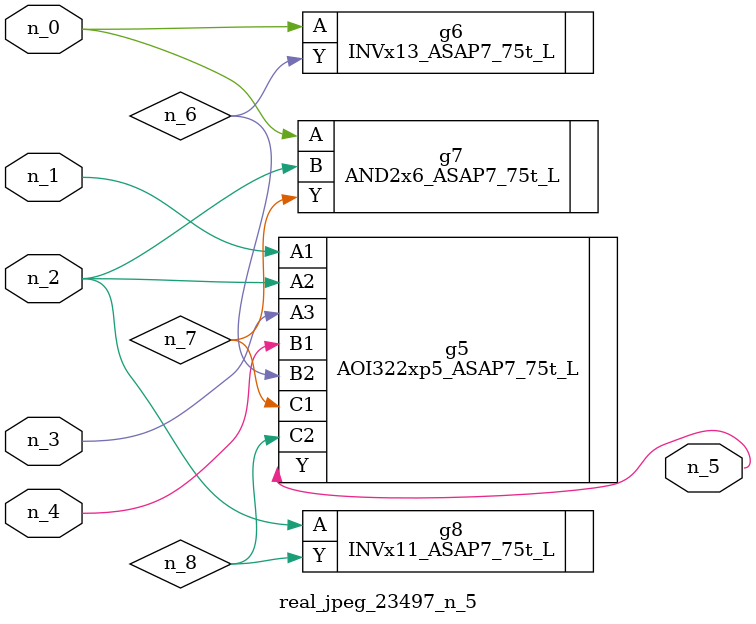
<source format=v>
module real_jpeg_23497_n_5 (n_4, n_0, n_1, n_2, n_3, n_5);

input n_4;
input n_0;
input n_1;
input n_2;
input n_3;

output n_5;

wire n_8;
wire n_6;
wire n_7;

INVx13_ASAP7_75t_L g6 ( 
.A(n_0),
.Y(n_6)
);

AND2x6_ASAP7_75t_L g7 ( 
.A(n_0),
.B(n_2),
.Y(n_7)
);

AOI322xp5_ASAP7_75t_L g5 ( 
.A1(n_1),
.A2(n_2),
.A3(n_3),
.B1(n_4),
.B2(n_6),
.C1(n_7),
.C2(n_8),
.Y(n_5)
);

INVx11_ASAP7_75t_L g8 ( 
.A(n_2),
.Y(n_8)
);


endmodule
</source>
